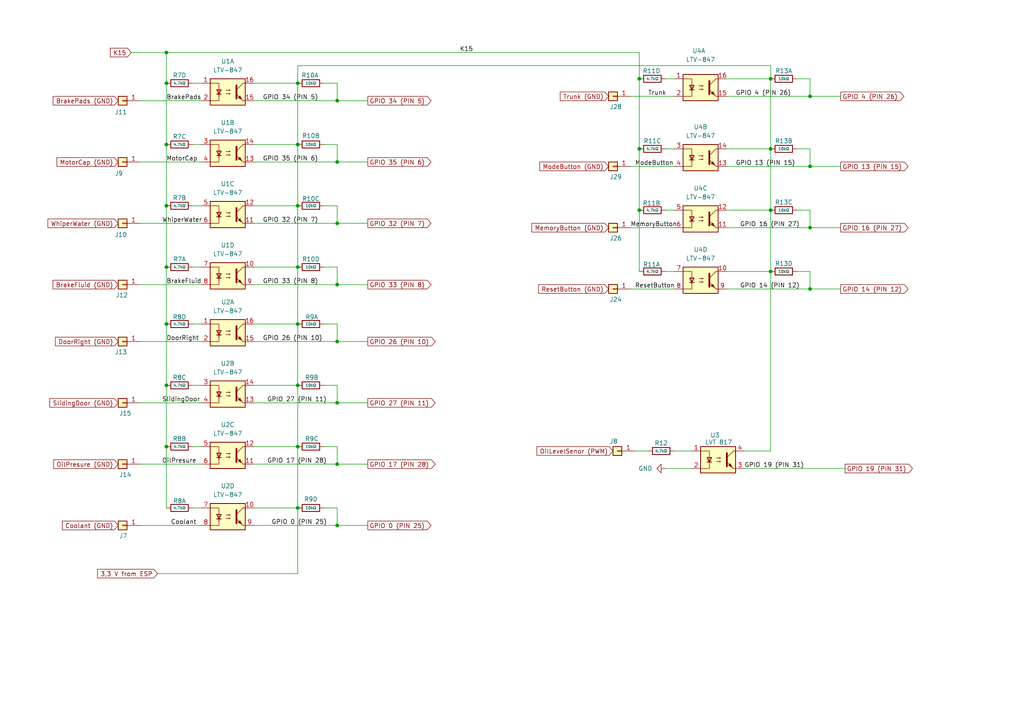
<source format=kicad_sch>
(kicad_sch (version 20231120) (generator "eeschema") (generator_version "8.0")
  (paper "A4")
  (title_block (title "Optocopler") (comment 1 "Part of the brakeOutBoard"))
  (junction (at 223.52 60.96))
  (junction (at 48.26 59.69))
  (junction (at 185.42 22.86))
  (junction (at 97.79 116.84))
  (junction (at 86.36 24.13))
  (junction (at 97.79 46.99))
  (junction (at 48.26 129.54))
  (junction (at 223.52 78.74))
  (junction (at 234.95 48.26))
  (junction (at 97.79 152.4))
  (junction (at 48.26 15.24))
  (junction (at 48.26 41.91))
  (junction (at 86.36 59.69))
  (junction (at 97.79 134.62))
  (junction (at 234.95 66.04))
  (junction (at 48.26 111.76))
  (junction (at 185.42 60.96))
  (junction (at 86.36 41.91))
  (junction (at 48.26 24.13))
  (junction (at 86.36 147.32))
  (junction (at 97.79 29.21))
  (junction (at 86.36 93.98))
  (junction (at 234.95 27.94))
  (junction (at 48.26 93.98))
  (junction (at 86.36 111.76))
  (junction (at 97.79 82.55))
  (junction (at 97.79 99.06))
  (junction (at 86.36 129.54))
  (junction (at 185.42 43.18))
  (junction (at 234.95 83.82))
  (junction (at 97.79 64.77))
  (junction (at 223.52 22.86))
  (junction (at 223.52 43.18))
  (junction (at 86.36 77.47))
  (junction (at 48.26 77.47))
  (wire (pts (xy 73.66 46.99) (xy 97.79 46.99)))
  (wire (pts (xy 106.68 29.21) (xy 97.79 29.21)))
  (wire (pts (xy 40.64 64.77) (xy 58.42 64.77)))
  (wire (pts (xy 73.66 59.69) (xy 86.36 59.69)))
  (wire (pts (xy 73.66 82.55) (xy 97.79 82.55)))
  (wire (pts (xy 55.88 147.32) (xy 58.42 147.32)))
  (wire (pts (xy 73.66 116.84) (xy 97.79 116.84)))
  (wire (pts (xy 40.64 46.99) (xy 58.42 46.99)))
  (wire (pts (xy 97.79 93.98) (xy 97.79 99.06)))
  (wire (pts (xy 40.64 29.21) (xy 58.42 29.21)))
  (wire (pts (xy 210.82 22.86) (xy 223.52 22.86)))
  (wire (pts (xy 73.66 111.76) (xy 86.36 111.76)))
  (wire (pts (xy 48.26 77.47) (xy 48.26 93.98)))
  (wire (pts (xy 182.88 83.82) (xy 195.58 83.82)))
  (wire (pts (xy 55.88 77.47) (xy 58.42 77.47)))
  (wire (pts (xy 234.95 22.86) (xy 234.95 27.94)))
  (wire (pts (xy 86.36 147.32) (xy 86.36 129.54)))
  (wire (pts (xy 86.36 19.05) (xy 223.52 19.05)))
  (wire (pts (xy 223.52 60.96) (xy 223.52 78.74)))
  (wire (pts (xy 234.95 60.96) (xy 234.95 66.04)))
  (wire (pts (xy 223.52 78.74) (xy 223.52 130.81)))
  (wire (pts (xy 86.36 59.69) (xy 86.36 41.91)))
  (wire (pts (xy 45.72 166.37) (xy 86.36 166.37)))
  (wire (pts (xy 200.66 135.89) (xy 193.04 135.89)))
  (wire (pts (xy 40.64 152.4) (xy 58.42 152.4)))
  (wire (pts (xy 86.36 41.91) (xy 86.36 24.13)))
  (wire (pts (xy 210.82 27.94) (xy 234.95 27.94)))
  (wire (pts (xy 234.95 43.18) (xy 234.95 48.26)))
  (wire (pts (xy 231.14 60.96) (xy 234.95 60.96)))
  (wire (pts (xy 210.82 60.96) (xy 223.52 60.96)))
  (wire (pts (xy 73.66 129.54) (xy 86.36 129.54)))
  (wire (pts (xy 193.04 78.74) (xy 195.58 78.74)))
  (wire (pts (xy 106.68 82.55) (xy 97.79 82.55)))
  (wire (pts (xy 73.66 64.77) (xy 97.79 64.77)))
  (wire (pts (xy 55.88 129.54) (xy 58.42 129.54)))
  (wire (pts (xy 73.66 93.98) (xy 86.36 93.98)))
  (wire (pts (xy 210.82 48.26) (xy 234.95 48.26)))
  (wire (pts (xy 231.14 22.86) (xy 234.95 22.86)))
  (wire (pts (xy 234.95 78.74) (xy 234.95 83.82)))
  (wire (pts (xy 73.66 99.06) (xy 97.79 99.06)))
  (wire (pts (xy 97.79 41.91) (xy 93.98 41.91)))
  (wire (pts (xy 215.9 135.89) (xy 245.11 135.89)))
  (wire (pts (xy 231.14 78.74) (xy 234.95 78.74)))
  (wire (pts (xy 106.68 134.62) (xy 97.79 134.62)))
  (wire (pts (xy 48.26 24.13) (xy 48.26 41.91)))
  (wire (pts (xy 97.79 64.77) (xy 97.79 59.69)))
  (wire (pts (xy 193.04 60.96) (xy 195.58 60.96)))
  (wire (pts (xy 215.9 130.81) (xy 223.52 130.81)))
  (wire (pts (xy 73.66 41.91) (xy 86.36 41.91)))
  (wire (pts (xy 48.26 59.69) (xy 48.26 77.47)))
  (wire (pts (xy 55.88 24.13) (xy 58.42 24.13)))
  (wire (pts (xy 106.68 99.06) (xy 97.79 99.06)))
  (wire (pts (xy 97.79 29.21) (xy 97.79 24.13)))
  (wire (pts (xy 48.26 41.91) (xy 48.26 59.69)))
  (wire (pts (xy 93.98 77.47) (xy 97.79 77.47)))
  (wire (pts (xy 55.88 41.91) (xy 58.42 41.91)))
  (wire (pts (xy 106.68 64.77) (xy 97.79 64.77)))
  (wire (pts (xy 48.26 93.98) (xy 48.26 111.76)))
  (wire (pts (xy 182.88 48.26) (xy 195.58 48.26)))
  (wire (pts (xy 86.36 24.13) (xy 73.66 24.13)))
  (wire (pts (xy 210.82 83.82) (xy 234.95 83.82)))
  (wire (pts (xy 185.42 60.96) (xy 185.42 78.74)))
  (wire (pts (xy 40.64 134.62) (xy 58.42 134.62)))
  (wire (pts (xy 106.68 116.84) (xy 97.79 116.84)))
  (wire (pts (xy 97.79 147.32) (xy 97.79 152.4)))
  (wire (pts (xy 193.04 43.18) (xy 195.58 43.18)))
  (wire (pts (xy 48.26 15.24) (xy 185.42 15.24)))
  (wire (pts (xy 93.98 129.54) (xy 97.79 129.54)))
  (wire (pts (xy 38.1 15.24) (xy 48.26 15.24)))
  (wire (pts (xy 184.15 130.81) (xy 187.96 130.81)))
  (wire (pts (xy 223.52 19.05) (xy 223.52 22.86)))
  (wire (pts (xy 73.66 77.47) (xy 86.36 77.47)))
  (wire (pts (xy 182.88 66.04) (xy 195.58 66.04)))
  (wire (pts (xy 185.42 15.24) (xy 185.42 22.86)))
  (wire (pts (xy 210.82 66.04) (xy 234.95 66.04)))
  (wire (pts (xy 73.66 29.21) (xy 97.79 29.21)))
  (wire (pts (xy 93.98 59.69) (xy 97.79 59.69)))
  (wire (pts (xy 73.66 152.4) (xy 97.79 152.4)))
  (wire (pts (xy 86.36 129.54) (xy 86.36 111.76)))
  (wire (pts (xy 86.36 77.47) (xy 86.36 93.98)))
  (wire (pts (xy 210.82 43.18) (xy 223.52 43.18)))
  (wire (pts (xy 40.64 99.06) (xy 58.42 99.06)))
  (wire (pts (xy 86.36 111.76) (xy 86.36 93.98)))
  (wire (pts (xy 97.79 77.47) (xy 97.79 82.55)))
  (wire (pts (xy 97.79 111.76) (xy 97.79 116.84)))
  (wire (pts (xy 193.04 22.86) (xy 195.58 22.86)))
  (wire (pts (xy 48.26 15.24) (xy 48.26 24.13)))
  (wire (pts (xy 243.84 66.04) (xy 234.95 66.04)))
  (wire (pts (xy 223.52 43.18) (xy 223.52 22.86)))
  (wire (pts (xy 195.58 130.81) (xy 200.66 130.81)))
  (wire (pts (xy 97.79 46.99) (xy 97.79 41.91)))
  (wire (pts (xy 40.64 82.55) (xy 58.42 82.55)))
  (wire (pts (xy 185.42 43.18) (xy 185.42 60.96)))
  (wire (pts (xy 210.82 78.74) (xy 223.52 78.74)))
  (wire (pts (xy 86.36 19.05) (xy 86.36 24.13)))
  (wire (pts (xy 86.36 77.47) (xy 86.36 59.69)))
  (wire (pts (xy 182.88 27.94) (xy 195.58 27.94)))
  (wire (pts (xy 243.84 27.94) (xy 234.95 27.94)))
  (wire (pts (xy 106.68 46.99) (xy 97.79 46.99)))
  (wire (pts (xy 48.26 129.54) (xy 48.26 147.32)))
  (wire (pts (xy 40.64 116.84) (xy 58.42 116.84)))
  (wire (pts (xy 97.79 129.54) (xy 97.79 134.62)))
  (wire (pts (xy 55.88 93.98) (xy 58.42 93.98)))
  (wire (pts (xy 93.98 93.98) (xy 97.79 93.98)))
  (wire (pts (xy 93.98 111.76) (xy 97.79 111.76)))
  (wire (pts (xy 55.88 59.69) (xy 58.42 59.69)))
  (wire (pts (xy 48.26 111.76) (xy 48.26 129.54)))
  (wire (pts (xy 55.88 111.76) (xy 58.42 111.76)))
  (wire (pts (xy 185.42 22.86) (xy 185.42 43.18)))
  (wire (pts (xy 106.68 152.4) (xy 97.79 152.4)))
  (wire (pts (xy 73.66 147.32) (xy 86.36 147.32)))
  (wire (pts (xy 86.36 147.32) (xy 86.36 166.37)))
  (wire (pts (xy 243.84 83.82) (xy 234.95 83.82)))
  (wire (pts (xy 243.84 48.26) (xy 234.95 48.26)))
  (wire (pts (xy 93.98 147.32) (xy 97.79 147.32)))
  (wire (pts (xy 231.14 43.18) (xy 234.95 43.18)))
  (wire (pts (xy 223.52 60.96) (xy 223.52 43.18)))
  (wire (pts (xy 97.79 24.13) (xy 93.98 24.13)))
  (wire (pts (xy 73.66 134.62) (xy 97.79 134.62)))
  (label "BrakePads" (at 48.26 29.21 0))
  (label "MotorCap" (at 48.26 46.99 0))
  (label "GPIO 13 (PIN 15)" (at 213.36 48.26 0))
  (label "GPIO 4 (PIN 26)" (at 213.36 27.94 0))
  (label "Coolant" (at 49.53 152.4 0))
  (label "GPIO 17 (PIN 28)" (at 77.47 134.62 0))
  (label "ResetButton" (at 184.15 83.82 0))
  (label "GPIO 26 (PIN 10)" (at 76.2 99.06 0))
  (label "K15" (at 133.35 15.24 0))
  (label "GPIO 34 (PIN 5)" (at 76.2 29.21 0))
  (label "GPIO 27 (PIN 11)" (at 77.47 116.84 0))
  (label "GPIO 33 (PIN 8)" (at 76.2 82.55 0))
  (label "GPIO 19 (PIN 31)" (at 215.9 135.89 0))
  (label "SlidingDoor" (at 46.99 116.84 0))
  (label "GPIO 14 (PIN 12)" (at 214.63 83.82 0))
  (label "ModeButton" (at 184.15 48.26 0))
  (label "MemoryButton" (at 182.88 66.04 0))
  (label "WhiperWater" (at 46.99 64.77 0))
  (label "OilPresure" (at 46.99 134.62 0))
  (label "GPIO 0 (PIN 25)" (at 78.74 152.4 0))
  (label "GPIO 32 (PIN 7)" (at 76.2 64.77 0))
  (label "Trunk" (at 187.96 27.94 0))
  (label "GPIO 16 (PIN 27)" (at 214.63 66.04 0))
  (label "BrakeFluid" (at 48.26 82.55 0))
  (label "GPIO 35 (PIN 6)" (at 76.2 46.99 0))
  (label "DoorRight" (at 48.26 99.06 0))
  (global_label "MotorCap (GND)" (shape input) (at 34.29 46.99 180) (property "Intersheetrefs" "${INTERSHEET_REFS}" (at 15.944 46.99 0) (effects (justify right))))
  (global_label "3,3 V from ESP" (shape input) (at 45.72 166.37 180) (property "Intersheetrefs" "${INTERSHEET_REFS}" (at 27.7369 166.37 0) (effects (justify right))))
  (global_label "OilLevelSenor (PWM)" (shape input) (at 177.8 130.81 180) (property "Intersheetrefs" "${INTERSHEET_REFS}" (at 155.1601 130.81 0) (effects (justify right))))
  (global_label "GPIO 26 (PIN 10)" (shape output) (at 106.68 99.06 0) (property "Intersheetrefs" "${INTERSHEET_REFS}" (at 126.78 99.06 0) (effects (justify left))))
  (global_label "GPIO 33 (PIN 8)" (shape output) (at 106.68 82.55 0) (property "Intersheetrefs" "${INTERSHEET_REFS}" (at 125.5705 82.55 0) (effects (justify left))))
  (global_label "GPIO 35 (PIN 6)" (shape output) (at 106.68 46.99 0) (property "Intersheetrefs" "${INTERSHEET_REFS}" (at 125.5705 46.99 0) (effects (justify left))))
  (global_label "GPIO 34 (PIN 5)" (shape output) (at 106.68 29.21 0) (property "Intersheetrefs" "${INTERSHEET_REFS}" (at 125.5705 29.21 0) (effects (justify left))))
  (global_label "GPIO 19 (PIN 31)" (shape output) (at 245.11 135.89 0) (property "Intersheetrefs" "${INTERSHEET_REFS}" (at 265.21 135.89 0) (effects (justify left))))
  (global_label "GPIO 0 (PIN 25)" (shape output) (at 106.68 152.4 0) (property "Intersheetrefs" "${INTERSHEET_REFS}" (at 125.5705 152.4 0) (effects (justify left))))
  (global_label "ResetButton (GND)" (shape input) (at 176.53 83.82 180) (property "Intersheetrefs" "${INTERSHEET_REFS}" (at 155.6439 83.82 0) (effects (justify right))))
  (global_label "GPIO 16 (PIN 27)" (shape output) (at 243.84 66.04 0) (property "Intersheetrefs" "${INTERSHEET_REFS}" (at 263.94 66.04 0) (effects (justify left))))
  (global_label "GPIO 17 (PIN 28)" (shape output) (at 106.68 134.62 0) (property "Intersheetrefs" "${INTERSHEET_REFS}" (at 126.78 134.62 0) (effects (justify left))))
  (global_label "K15" (shape input) (at 38.1 15.24 180) (property "Intersheetrefs" "${INTERSHEET_REFS}" (at 31.4258 15.24 0) (effects (justify right))))
  (global_label "GPIO 13 (PIN 15)" (shape output) (at 243.84 48.26 0) (property "Intersheetrefs" "${INTERSHEET_REFS}" (at 263.94 48.26 0) (effects (justify left))))
  (global_label "MemoryButton (GND)" (shape input) (at 176.53 66.04 180) (property "Intersheetrefs" "${INTERSHEET_REFS}" (at 153.7088 66.04 0) (effects (justify right))))
  (global_label "OilPresure (GND)" (shape input) (at 34.29 134.62 180) (property "Intersheetrefs" "${INTERSHEET_REFS}" (at 14.9761 134.62 0) (effects (justify right))))
  (global_label "GPIO 4 (PIN 26)" (shape output) (at 243.84 27.94 0) (property "Intersheetrefs" "${INTERSHEET_REFS}" (at 262.7305 27.94 0) (effects (justify left))))
  (global_label "GPIO 27 (PIN 11)" (shape output) (at 106.68 116.84 0) (property "Intersheetrefs" "${INTERSHEET_REFS}" (at 126.78 116.84 0) (effects (justify left))))
  (global_label "Coolant (GND)" (shape input) (at 34.29 152.4 180) (property "Intersheetrefs" "${INTERSHEET_REFS}" (at 17.5164 152.4 0) (effects (justify right))))
  (global_label "DoorRight (GND)" (shape input) (at 34.29 99.06 180) (property "Intersheetrefs" "${INTERSHEET_REFS}" (at 15.5206 99.06 0) (effects (justify right))))
  (global_label "GPIO 32 (PIN 7)" (shape output) (at 106.68 64.77 0) (property "Intersheetrefs" "${INTERSHEET_REFS}" (at 125.5705 64.77 0) (effects (justify left))))
  (global_label "BrakeFluid (GND)" (shape input) (at 34.29 82.55 180) (property "Intersheetrefs" "${INTERSHEET_REFS}" (at 14.7948 82.55 0) (effects (justify right))))
  (global_label "BrakePads (GND)" (shape input) (at 34.29 29.21 180) (property "Intersheetrefs" "${INTERSHEET_REFS}" (at 14.8553 29.21 0) (effects (justify right))))
  (global_label "ModeButton (GND)" (shape input) (at 176.53 48.26 180) (property "Intersheetrefs" "${INTERSHEET_REFS}" (at 156.0069 48.26 0) (effects (justify right))))
  (global_label "WhiperWater (GND)" (shape input) (at 34.29 64.77 180) (property "Intersheetrefs" "${INTERSHEET_REFS}" (at 13.3434 64.77 0) (effects (justify right))))
  (global_label "SlidingDoor (GND)" (shape input) (at 34.29 116.84 180) (property "Intersheetrefs" "${INTERSHEET_REFS}" (at 13.8878 116.84 0) (effects (justify right))))
  (global_label "GPIO 14 (PIN 12)" (shape output) (at 243.84 83.82 0) (property "Intersheetrefs" "${INTERSHEET_REFS}" (at 263.94 83.82 0) (effects (justify left))))
  (global_label "Trunk (GND)" (shape input) (at 176.53 27.94 180) (property "Intersheetrefs" "${INTERSHEET_REFS}" (at 161.9334 27.94 0) (effects (justify right))))
  (symbol (lib_id "Isolator:LTV-847") (at 203.2 25.4 0) (unit 1)
    (property "Reference" "U4" (at 202.692 14.732 0))
    (property "Value" "LTV-847" (at 203.2 17.272 0))
    (property "Footprint" "Package_DIP:DIP-16_W7.62mm" (effects (hide yes)))
    (property "Datasheet" "http://optoelectronics.liteon.com/upload/download/DS-70-96-0016/LTV-8X7%20series.PDF" (effects (hide yes)))
    (property "Description" "Quad DC Optocoupler, Vce 35V, CTR 50%, DIP-16" (effects (hide yes)))
  )
  (symbol (lib_id "PCM_JLCPCB-Resistors:0603x4,4.7kΩ") (at 52.07 77.47 90) (unit 1)
    (property "Reference" "R7" (at 52.07 75.184 90))
    (property "Value" "4.7kΩ" (at 52.07 77.47 90) (effects (font (size 0.8 0.8))))
    (property "Footprint" "PCM_JLCPCB:R_0603x4" (effects (hide yes)))
    (property "Datasheet" "https://www.lcsc.com/datasheet/lcsc_datasheet_2304140030_UNI-ROYAL-Uniroyal-Elec-4D03WGJ0472T5E_C1980.pdf" (effects (hide yes)))
    (property "Description" "4 ±5% 4.7kΩ 62.5mW ±200ppm/°C 0603x4 Resistor Networks, Arrays ROHS" (effects (hide yes)))
    (property "LCSC" "C1980" (effects (hide yes)))
    (property "Stock" "122186" (effects (hide yes)))
    (property "Price" "0.019USD" (effects (hide yes)))
    (property "Process" "SMT" (effects (hide yes)))
    (property "Minimum Qty" "1" (effects (hide yes)))
    (property "Attrition Qty" "0" (effects (hide yes)))
    (property "Class" "Basic Component" (effects (hide yes)))
    (property "Category" "Resistors,Resistor Networks & Arrays" (effects (hide yes)))
    (property "Manufacturer" "UNI-ROYAL(Uniroyal Elec)" (effects (hide yes)))
    (property "Part" "4D03WGJ0472T5E" (effects (hide yes)))
    (property "Resistance" "4.7kΩ" (effects (hide yes)))
    (property "Power(Watts)" "62.5mW" (effects (hide yes)))
    (property "Number of Resistors" "4" (effects (hide yes)))
    (property "Number of Pins" "8" (effects (hide yes)))
    (property "Tolerance" "±5%" (effects (hide yes)))
    (property "Temperature Coefficient" "±200ppm/°C" (effects (hide yes)))
  )
  (symbol (lib_id "PCM_JLCPCB-Resistors:0603,4.7kΩ") (at 191.77 130.81 90) (unit 1)
    (property "Reference" "R12" (at 191.77 128.524 90))
    (property "Value" "4.7kΩ" (at 191.77 130.81 90) (effects (font (size 0.8 0.8))))
    (property "Footprint" "PCM_JLCPCB:R_0603" (effects (hide yes)))
    (property "Datasheet" "https://www.lcsc.com/datasheet/lcsc_datasheet_2206010116_UNI-ROYAL-Uniroyal-Elec-0603WAF4701T5E_C23162.pdf" (effects (hide yes)))
    (property "Description" "100mW Thick Film Resistors 75V ±100ppm/°C ±1% 4.7kΩ 0603 Chip Resistor - Surface Mount ROHS" (effects (hide yes)))
    (property "LCSC" "C23162" (effects (hide yes)))
    (property "Stock" "5652089" (effects (hide yes)))
    (property "Price" "0.004USD" (effects (hide yes)))
    (property "Process" "SMT" (effects (hide yes)))
    (property "Minimum Qty" "20" (effects (hide yes)))
    (property "Attrition Qty" "10" (effects (hide yes)))
    (property "Class" "Basic Component" (effects (hide yes)))
    (property "Category" "Resistors,Chip Resistor - Surface Mount" (effects (hide yes)))
    (property "Manufacturer" "UNI-ROYAL(Uniroyal Elec)" (effects (hide yes)))
    (property "Part" "0603WAF4701T5E" (effects (hide yes)))
    (property "Resistance" "4.7kΩ" (effects (hide yes)))
    (property "Power(Watts)" "100mW" (effects (hide yes)))
    (property "Type" "Thick Film Resistors" (effects (hide yes)))
    (property "Overload Voltage (Max)" "75V" (effects (hide yes)))
    (property "Operating Temperature Range" "-55°C~+155°C" (effects (hide yes)))
    (property "Tolerance" "±1%" (effects (hide yes)))
    (property "Temperature Coefficient" "±100ppm/°C" (effects (hide yes)))
  )
  (symbol (lib_id "Connector_Generic:Conn_01x01") (at 35.56 116.84 180) (unit 1)
    (property "Reference" "J15" (at 34.544 119.888 0) (effects (justify right)))
    (property "Value" "Door_S" (effects (hide yes)))
    (property "Footprint" "Connector_Wire:SolderWire-0.5sqmm_1x01_D0.9mm_OD2.1mm" (effects (hide yes)))
    (property "Description" "Generic connector, single row, 01x01, script generated (kicad-library-utils/schlib/autogen/connector/)" (effects (hide yes)))
  )
  (symbol (lib_id "Connector_Generic:Conn_01x01") (at 35.56 64.77 180) (unit 1)
    (property "Reference" "J10" (at 33.274 68.072 0) (effects (justify right)))
    (property "Value" "WhiperWater" (effects (hide yes)))
    (property "Footprint" "Connector_Wire:SolderWire-0.5sqmm_1x01_D0.9mm_OD2.1mm" (effects (hide yes)))
    (property "Description" "Generic connector, single row, 01x01, script generated (kicad-library-utils/schlib/autogen/connector/)" (effects (hide yes)))
  )
  (symbol (lib_id "PCM_JLCPCB-Resistors:0603x4,4.7kΩ") (at 52.07 129.54 90) (unit 2)
    (property "Reference" "R8" (at 52.07 127.254 90))
    (property "Value" "4.7kΩ" (at 52.07 129.54 90) (effects (font (size 0.8 0.8))))
    (property "Footprint" "PCM_JLCPCB:R_0603x4" (effects (hide yes)))
    (property "Datasheet" "https://www.lcsc.com/datasheet/lcsc_datasheet_2304140030_UNI-ROYAL-Uniroyal-Elec-4D03WGJ0472T5E_C1980.pdf" (effects (hide yes)))
    (property "Description" "4 ±5% 4.7kΩ 62.5mW ±200ppm/°C 0603x4 Resistor Networks, Arrays ROHS" (effects (hide yes)))
    (property "LCSC" "C1980" (effects (hide yes)))
    (property "Stock" "122186" (effects (hide yes)))
    (property "Price" "0.019USD" (effects (hide yes)))
    (property "Process" "SMT" (effects (hide yes)))
    (property "Minimum Qty" "1" (effects (hide yes)))
    (property "Attrition Qty" "0" (effects (hide yes)))
    (property "Class" "Basic Component" (effects (hide yes)))
    (property "Category" "Resistors,Resistor Networks & Arrays" (effects (hide yes)))
    (property "Manufacturer" "UNI-ROYAL(Uniroyal Elec)" (effects (hide yes)))
    (property "Part" "4D03WGJ0472T5E" (effects (hide yes)))
    (property "Resistance" "4.7kΩ" (effects (hide yes)))
    (property "Power(Watts)" "62.5mW" (effects (hide yes)))
    (property "Number of Resistors" "4" (effects (hide yes)))
    (property "Number of Pins" "8" (effects (hide yes)))
    (property "Tolerance" "±5%" (effects (hide yes)))
    (property "Temperature Coefficient" "±200ppm/°C" (effects (hide yes)))
  )
  (symbol (lib_id "PCM_JLCPCB-Resistors:0603x4,10kΩ") (at 90.17 111.76 90) (unit 2)
    (property "Reference" "R9" (at 90.424 109.474 90))
    (property "Value" "10kΩ" (at 90.17 111.76 90) (effects (font (size 0.8 0.8))))
    (property "Footprint" "PCM_JLCPCB:R_0603x4" (effects (hide yes)))
    (property "Datasheet" "https://www.lcsc.com/datasheet/lcsc_datasheet_2304140030_UNI-ROYAL-Uniroyal-Elec-4D03WGJ0103T5E_C29718.pdf" (effects (hide yes)))
    (property "Description" "4 ±5% 10kΩ 62.5mW ±200ppm/°C 0603x4 Resistor Networks, Arrays ROHS" (effects (hide yes)))
    (property "LCSC" "C29718" (effects (hide yes)))
    (property "Stock" "767192" (effects (hide yes)))
    (property "Price" "0.019USD" (effects (hide yes)))
    (property "Process" "SMT" (effects (hide yes)))
    (property "Minimum Qty" "1" (effects (hide yes)))
    (property "Attrition Qty" "0" (effects (hide yes)))
    (property "Class" "Basic Component" (effects (hide yes)))
    (property "Category" "Resistors,Resistor Networks & Arrays" (effects (hide yes)))
    (property "Manufacturer" "UNI-ROYAL(Uniroyal Elec)" (effects (hide yes)))
    (property "Part" "4D03WGJ0103T5E" (effects (hide yes)))
    (property "Resistance" "10kΩ" (effects (hide yes)))
    (property "Power(Watts)" "62.5mW" (effects (hide yes)))
    (property "Number of Resistors" "4" (effects (hide yes)))
    (property "Number of Pins" "8" (effects (hide yes)))
    (property "Tolerance" "±5%" (effects (hide yes)))
    (property "Temperature Coefficient" "±200ppm/°C" (effects (hide yes)))
  )
  (symbol (lib_id "PCM_JLCPCB-Resistors:0603x4,10kΩ") (at 90.17 147.32 90) (unit 4)
    (property "Reference" "R9" (at 90.17 144.78 90))
    (property "Value" "10kΩ" (at 90.17 147.32 90) (effects (font (size 0.8 0.8))))
    (property "Footprint" "PCM_JLCPCB:R_0603x4" (effects (hide yes)))
    (property "Datasheet" "https://www.lcsc.com/datasheet/lcsc_datasheet_2304140030_UNI-ROYAL-Uniroyal-Elec-4D03WGJ0103T5E_C29718.pdf" (effects (hide yes)))
    (property "Description" "4 ±5% 10kΩ 62.5mW ±200ppm/°C 0603x4 Resistor Networks, Arrays ROHS" (effects (hide yes)))
    (property "LCSC" "C29718" (effects (hide yes)))
    (property "Stock" "767192" (effects (hide yes)))
    (property "Price" "0.019USD" (effects (hide yes)))
    (property "Process" "SMT" (effects (hide yes)))
    (property "Minimum Qty" "1" (effects (hide yes)))
    (property "Attrition Qty" "0" (effects (hide yes)))
    (property "Class" "Basic Component" (effects (hide yes)))
    (property "Category" "Resistors,Resistor Networks & Arrays" (effects (hide yes)))
    (property "Manufacturer" "UNI-ROYAL(Uniroyal Elec)" (effects (hide yes)))
    (property "Part" "4D03WGJ0103T5E" (effects (hide yes)))
    (property "Resistance" "10kΩ" (effects (hide yes)))
    (property "Power(Watts)" "62.5mW" (effects (hide yes)))
    (property "Number of Resistors" "4" (effects (hide yes)))
    (property "Number of Pins" "8" (effects (hide yes)))
    (property "Tolerance" "±5%" (effects (hide yes)))
    (property "Temperature Coefficient" "±200ppm/°C" (effects (hide yes)))
  )
  (symbol (lib_id "Connector_Generic:Conn_01x01") (at 35.56 99.06 180) (unit 1)
    (property "Reference" "J13" (at 33.274 102.108 0) (effects (justify right)))
    (property "Value" "Door_R" (effects (hide yes)))
    (property "Footprint" "Connector_Wire:SolderWire-0.5sqmm_1x01_D0.9mm_OD2.1mm" (effects (hide yes)))
    (property "Description" "Generic connector, single row, 01x01, script generated (kicad-library-utils/schlib/autogen/connector/)" (effects (hide yes)))
  )
  (symbol (lib_id "PCM_JLCPCB-Resistors:0603x4,4.7kΩ") (at 189.23 43.18 90) (unit 3)
    (property "Reference" "R11" (at 189.23 40.894 90))
    (property "Value" "4.7kΩ" (at 189.23 43.18 90) (effects (font (size 0.8 0.8))))
    (property "Footprint" "PCM_JLCPCB:R_0603x4" (effects (hide yes)))
    (property "Datasheet" "https://www.lcsc.com/datasheet/lcsc_datasheet_2304140030_UNI-ROYAL-Uniroyal-Elec-4D03WGJ0472T5E_C1980.pdf" (effects (hide yes)))
    (property "Description" "4 ±5% 4.7kΩ 62.5mW ±200ppm/°C 0603x4 Resistor Networks, Arrays ROHS" (effects (hide yes)))
    (property "LCSC" "C1980" (effects (hide yes)))
    (property "Stock" "122186" (effects (hide yes)))
    (property "Price" "0.019USD" (effects (hide yes)))
    (property "Process" "SMT" (effects (hide yes)))
    (property "Minimum Qty" "1" (effects (hide yes)))
    (property "Attrition Qty" "0" (effects (hide yes)))
    (property "Class" "Basic Component" (effects (hide yes)))
    (property "Category" "Resistors,Resistor Networks & Arrays" (effects (hide yes)))
    (property "Manufacturer" "UNI-ROYAL(Uniroyal Elec)" (effects (hide yes)))
    (property "Part" "4D03WGJ0472T5E" (effects (hide yes)))
    (property "Resistance" "4.7kΩ" (effects (hide yes)))
    (property "Power(Watts)" "62.5mW" (effects (hide yes)))
    (property "Number of Resistors" "4" (effects (hide yes)))
    (property "Number of Pins" "8" (effects (hide yes)))
    (property "Tolerance" "±5%" (effects (hide yes)))
    (property "Temperature Coefficient" "±200ppm/°C" (effects (hide yes)))
  )
  (symbol (lib_id "Isolator:LTV-847") (at 203.2 81.28 0) (unit 4)
    (property "Reference" "U4" (at 203.2 72.39 0))
    (property "Value" "LTV-847" (at 203.2 74.93 0))
    (property "Footprint" "Package_DIP:DIP-16_W7.62mm" (effects (hide yes)))
    (property "Datasheet" "http://optoelectronics.liteon.com/upload/download/DS-70-96-0016/LTV-8X7%20series.PDF" (effects (hide yes)))
    (property "Description" "Quad DC Optocoupler, Vce 35V, CTR 50%, DIP-16" (effects (hide yes)))
  )
  (symbol (lib_id "PCM_JLCPCB-Resistors:0603x4,4.7kΩ") (at 52.07 147.32 90) (unit 1)
    (property "Reference" "R8" (at 52.07 145.288 90))
    (property "Value" "4.7kΩ" (at 52.07 147.32 90) (effects (font (size 0.8 0.8))))
    (property "Footprint" "PCM_JLCPCB:R_0603x4" (effects (hide yes)))
    (property "Datasheet" "https://www.lcsc.com/datasheet/lcsc_datasheet_2304140030_UNI-ROYAL-Uniroyal-Elec-4D03WGJ0472T5E_C1980.pdf" (effects (hide yes)))
    (property "Description" "4 ±5% 4.7kΩ 62.5mW ±200ppm/°C 0603x4 Resistor Networks, Arrays ROHS" (effects (hide yes)))
    (property "LCSC" "C1980" (effects (hide yes)))
    (property "Stock" "122186" (effects (hide yes)))
    (property "Price" "0.019USD" (effects (hide yes)))
    (property "Process" "SMT" (effects (hide yes)))
    (property "Minimum Qty" "1" (effects (hide yes)))
    (property "Attrition Qty" "0" (effects (hide yes)))
    (property "Class" "Basic Component" (effects (hide yes)))
    (property "Category" "Resistors,Resistor Networks & Arrays" (effects (hide yes)))
    (property "Manufacturer" "UNI-ROYAL(Uniroyal Elec)" (effects (hide yes)))
    (property "Part" "4D03WGJ0472T5E" (effects (hide yes)))
    (property "Resistance" "4.7kΩ" (effects (hide yes)))
    (property "Power(Watts)" "62.5mW" (effects (hide yes)))
    (property "Number of Resistors" "4" (effects (hide yes)))
    (property "Number of Pins" "8" (effects (hide yes)))
    (property "Tolerance" "±5%" (effects (hide yes)))
    (property "Temperature Coefficient" "±200ppm/°C" (effects (hide yes)))
  )
  (symbol (lib_id "Isolator:LTV-847") (at 66.04 26.67 0) (unit 1)
    (property "Reference" "U1" (at 66.04 17.78 0))
    (property "Value" "LTV-847" (at 66.04 20.32 0))
    (property "Footprint" "Package_DIP:DIP-16_W7.62mm" (effects (hide yes)))
    (property "Datasheet" "http://optoelectronics.liteon.com/upload/download/DS-70-96-0016/LTV-8X7%20series.PDF" (effects (hide yes)))
    (property "Description" "Quad DC Optocoupler, Vce 35V, CTR 50%, DIP-16" (effects (hide yes)))
  )
  (symbol (lib_id "Connector_Generic:Conn_01x01") (at 35.56 134.62 180) (unit 1)
    (property "Reference" "J14" (at 34.544 137.668 0) (effects (justify right)))
    (property "Value" "OilPresure" (effects (hide yes)))
    (property "Footprint" "Connector_Wire:SolderWire-0.5sqmm_1x01_D0.9mm_OD2.1mm" (effects (hide yes)))
    (property "Description" "Generic connector, single row, 01x01, script generated (kicad-library-utils/schlib/autogen/connector/)" (effects (hide yes)))
  )
  (symbol (lib_id "Isolator:LTV-847") (at 66.04 96.52 0) (unit 1)
    (property "Reference" "U2" (at 66.04 87.63 0))
    (property "Value" "LTV-847" (at 66.04 90.17 0))
    (property "Footprint" "Package_DIP:DIP-16_W7.62mm" (effects (hide yes)))
    (property "Datasheet" "http://optoelectronics.liteon.com/upload/download/DS-70-96-0016/LTV-8X7%20series.PDF" (effects (hide yes)))
    (property "Description" "Quad DC Optocoupler, Vce 35V, CTR 50%, DIP-16" (effects (hide yes)))
  )
  (symbol (lib_id "PCM_JLCPCB-Resistors:0603x4,4.7kΩ") (at 52.07 24.13 90) (unit 4)
    (property "Reference" "R7" (at 52.07 21.844 90))
    (property "Value" "4.7kΩ" (at 52.07 24.13 90) (effects (font (size 0.8 0.8))))
    (property "Footprint" "PCM_JLCPCB:R_0603x4" (effects (hide yes)))
    (property "Datasheet" "https://www.lcsc.com/datasheet/lcsc_datasheet_2304140030_UNI-ROYAL-Uniroyal-Elec-4D03WGJ0472T5E_C1980.pdf" (effects (hide yes)))
    (property "Description" "4 ±5% 4.7kΩ 62.5mW ±200ppm/°C 0603x4 Resistor Networks, Arrays ROHS" (effects (hide yes)))
    (property "LCSC" "C1980" (effects (hide yes)))
    (property "Stock" "122186" (effects (hide yes)))
    (property "Price" "0.019USD" (effects (hide yes)))
    (property "Process" "SMT" (effects (hide yes)))
    (property "Minimum Qty" "1" (effects (hide yes)))
    (property "Attrition Qty" "0" (effects (hide yes)))
    (property "Class" "Basic Component" (effects (hide yes)))
    (property "Category" "Resistors,Resistor Networks & Arrays" (effects (hide yes)))
    (property "Manufacturer" "UNI-ROYAL(Uniroyal Elec)" (effects (hide yes)))
    (property "Part" "4D03WGJ0472T5E" (effects (hide yes)))
    (property "Resistance" "4.7kΩ" (effects (hide yes)))
    (property "Power(Watts)" "62.5mW" (effects (hide yes)))
    (property "Number of Resistors" "4" (effects (hide yes)))
    (property "Number of Pins" "8" (effects (hide yes)))
    (property "Tolerance" "±5%" (effects (hide yes)))
    (property "Temperature Coefficient" "±200ppm/°C" (effects (hide yes)))
  )
  (symbol (lib_id "Isolator:LTV-847") (at 203.2 63.5 0) (unit 3)
    (property "Reference" "U4" (at 203.2 54.61 0))
    (property "Value" "LTV-847" (at 203.2 57.15 0))
    (property "Footprint" "Package_DIP:DIP-16_W7.62mm" (effects (hide yes)))
    (property "Datasheet" "http://optoelectronics.liteon.com/upload/download/DS-70-96-0016/LTV-8X7%20series.PDF" (effects (hide yes)))
    (property "Description" "Quad DC Optocoupler, Vce 35V, CTR 50%, DIP-16" (effects (hide yes)))
  )
  (symbol (lib_id "PCM_JLCPCB-Resistors:0603x4,4.7kΩ") (at 189.23 60.96 90) (unit 2)
    (property "Reference" "R11" (at 188.976 58.928 90))
    (property "Value" "4.7kΩ" (at 189.23 60.96 90) (effects (font (size 0.8 0.8))))
    (property "Footprint" "PCM_JLCPCB:R_0603x4" (effects (hide yes)))
    (property "Datasheet" "https://www.lcsc.com/datasheet/lcsc_datasheet_2304140030_UNI-ROYAL-Uniroyal-Elec-4D03WGJ0472T5E_C1980.pdf" (effects (hide yes)))
    (property "Description" "4 ±5% 4.7kΩ 62.5mW ±200ppm/°C 0603x4 Resistor Networks, Arrays ROHS" (effects (hide yes)))
    (property "LCSC" "C1980" (effects (hide yes)))
    (property "Stock" "122186" (effects (hide yes)))
    (property "Price" "0.019USD" (effects (hide yes)))
    (property "Process" "SMT" (effects (hide yes)))
    (property "Minimum Qty" "1" (effects (hide yes)))
    (property "Attrition Qty" "0" (effects (hide yes)))
    (property "Class" "Basic Component" (effects (hide yes)))
    (property "Category" "Resistors,Resistor Networks & Arrays" (effects (hide yes)))
    (property "Manufacturer" "UNI-ROYAL(Uniroyal Elec)" (effects (hide yes)))
    (property "Part" "4D03WGJ0472T5E" (effects (hide yes)))
    (property "Resistance" "4.7kΩ" (effects (hide yes)))
    (property "Power(Watts)" "62.5mW" (effects (hide yes)))
    (property "Number of Resistors" "4" (effects (hide yes)))
    (property "Number of Pins" "8" (effects (hide yes)))
    (property "Tolerance" "±5%" (effects (hide yes)))
    (property "Temperature Coefficient" "±200ppm/°C" (effects (hide yes)))
  )
  (symbol (lib_id "Isolator:LTV-847") (at 66.04 80.01 0) (unit 4)
    (property "Reference" "U1" (at 66.04 71.12 0))
    (property "Value" "LTV-847" (at 66.04 73.66 0))
    (property "Footprint" "Package_DIP:DIP-16_W7.62mm" (effects (hide yes)))
    (property "Datasheet" "http://optoelectronics.liteon.com/upload/download/DS-70-96-0016/LTV-8X7%20series.PDF" (effects (hide yes)))
    (property "Description" "Quad DC Optocoupler, Vce 35V, CTR 50%, DIP-16" (effects (hide yes)))
  )
  (symbol (lib_id "PCM_JLCPCB-Resistors:0603x4,4.7kΩ") (at 52.07 93.98 90) (unit 4)
    (property "Reference" "R8" (at 52.07 91.948 90))
    (property "Value" "4.7kΩ" (at 52.07 93.98 90) (effects (font (size 0.8 0.8))))
    (property "Footprint" "PCM_JLCPCB:R_0603x4" (effects (hide yes)))
    (property "Datasheet" "https://www.lcsc.com/datasheet/lcsc_datasheet_2304140030_UNI-ROYAL-Uniroyal-Elec-4D03WGJ0472T5E_C1980.pdf" (effects (hide yes)))
    (property "Description" "4 ±5% 4.7kΩ 62.5mW ±200ppm/°C 0603x4 Resistor Networks, Arrays ROHS" (effects (hide yes)))
    (property "LCSC" "C1980" (effects (hide yes)))
    (property "Stock" "122186" (effects (hide yes)))
    (property "Price" "0.019USD" (effects (hide yes)))
    (property "Process" "SMT" (effects (hide yes)))
    (property "Minimum Qty" "1" (effects (hide yes)))
    (property "Attrition Qty" "0" (effects (hide yes)))
    (property "Class" "Basic Component" (effects (hide yes)))
    (property "Category" "Resistors,Resistor Networks & Arrays" (effects (hide yes)))
    (property "Manufacturer" "UNI-ROYAL(Uniroyal Elec)" (effects (hide yes)))
    (property "Part" "4D03WGJ0472T5E" (effects (hide yes)))
    (property "Resistance" "4.7kΩ" (effects (hide yes)))
    (property "Power(Watts)" "62.5mW" (effects (hide yes)))
    (property "Number of Resistors" "4" (effects (hide yes)))
    (property "Number of Pins" "8" (effects (hide yes)))
    (property "Tolerance" "±5%" (effects (hide yes)))
    (property "Temperature Coefficient" "±200ppm/°C" (effects (hide yes)))
  )
  (symbol (lib_id "PCM_JLCPCB-Resistors:0603x4,10kΩ") (at 227.33 60.96 90) (unit 3)
    (property "Reference" "R13" (at 227.33 58.674 90))
    (property "Value" "10kΩ" (at 227.33 60.96 90) (effects (font (size 0.8 0.8))))
    (property "Footprint" "PCM_JLCPCB:R_0603x4" (effects (hide yes)))
    (property "Datasheet" "https://www.lcsc.com/datasheet/lcsc_datasheet_2304140030_UNI-ROYAL-Uniroyal-Elec-4D03WGJ0103T5E_C29718.pdf" (effects (hide yes)))
    (property "Description" "4 ±5% 10kΩ 62.5mW ±200ppm/°C 0603x4 Resistor Networks, Arrays ROHS" (effects (hide yes)))
    (property "LCSC" "C29718" (effects (hide yes)))
    (property "Stock" "767192" (effects (hide yes)))
    (property "Price" "0.019USD" (effects (hide yes)))
    (property "Process" "SMT" (effects (hide yes)))
    (property "Minimum Qty" "1" (effects (hide yes)))
    (property "Attrition Qty" "0" (effects (hide yes)))
    (property "Class" "Basic Component" (effects (hide yes)))
    (property "Category" "Resistors,Resistor Networks & Arrays" (effects (hide yes)))
    (property "Manufacturer" "UNI-ROYAL(Uniroyal Elec)" (effects (hide yes)))
    (property "Part" "4D03WGJ0103T5E" (effects (hide yes)))
    (property "Resistance" "10kΩ" (effects (hide yes)))
    (property "Power(Watts)" "62.5mW" (effects (hide yes)))
    (property "Number of Resistors" "4" (effects (hide yes)))
    (property "Number of Pins" "8" (effects (hide yes)))
    (property "Tolerance" "±5%" (effects (hide yes)))
    (property "Temperature Coefficient" "±200ppm/°C" (effects (hide yes)))
  )
  (symbol (lib_id "PCM_JLCPCB-Resistors:0603x4,10kΩ") (at 90.17 24.13 90) (unit 1)
    (property "Reference" "R10" (at 89.916 21.844 90))
    (property "Value" "10kΩ" (at 90.17 24.13 90) (effects (font (size 0.8 0.8))))
    (property "Footprint" "PCM_JLCPCB:R_0603x4" (effects (hide yes)))
    (property "Datasheet" "https://www.lcsc.com/datasheet/lcsc_datasheet_2304140030_UNI-ROYAL-Uniroyal-Elec-4D03WGJ0103T5E_C29718.pdf" (effects (hide yes)))
    (property "Description" "4 ±5% 10kΩ 62.5mW ±200ppm/°C 0603x4 Resistor Networks, Arrays ROHS" (effects (hide yes)))
    (property "LCSC" "C29718" (effects (hide yes)))
    (property "Stock" "767192" (effects (hide yes)))
    (property "Price" "0.019USD" (effects (hide yes)))
    (property "Process" "SMT" (effects (hide yes)))
    (property "Minimum Qty" "1" (effects (hide yes)))
    (property "Attrition Qty" "0" (effects (hide yes)))
    (property "Class" "Basic Component" (effects (hide yes)))
    (property "Category" "Resistors,Resistor Networks & Arrays" (effects (hide yes)))
    (property "Manufacturer" "UNI-ROYAL(Uniroyal Elec)" (effects (hide yes)))
    (property "Part" "4D03WGJ0103T5E" (effects (hide yes)))
    (property "Resistance" "10kΩ" (effects (hide yes)))
    (property "Power(Watts)" "62.5mW" (effects (hide yes)))
    (property "Number of Resistors" "4" (effects (hide yes)))
    (property "Number of Pins" "8" (effects (hide yes)))
    (property "Tolerance" "±5%" (effects (hide yes)))
    (property "Temperature Coefficient" "±200ppm/°C" (effects (hide yes)))
  )
  (symbol (lib_id "Isolator:LTV-847") (at 203.2 45.72 0) (unit 2)
    (property "Reference" "U4" (at 203.2 36.83 0))
    (property "Value" "LTV-847" (at 203.2 39.37 0))
    (property "Footprint" "Package_DIP:DIP-16_W7.62mm" (effects (hide yes)))
    (property "Datasheet" "http://optoelectronics.liteon.com/upload/download/DS-70-96-0016/LTV-8X7%20series.PDF" (effects (hide yes)))
    (property "Description" "Quad DC Optocoupler, Vce 35V, CTR 50%, DIP-16" (effects (hide yes)))
  )
  (symbol (lib_id "PCM_JLCPCB-Resistors:0603x4,4.7kΩ") (at 52.07 111.76 90) (unit 3)
    (property "Reference" "R8" (at 52.07 109.474 90))
    (property "Value" "4.7kΩ" (at 52.07 111.76 90) (effects (font (size 0.8 0.8))))
    (property "Footprint" "PCM_JLCPCB:R_0603x4" (effects (hide yes)))
    (property "Datasheet" "https://www.lcsc.com/datasheet/lcsc_datasheet_2304140030_UNI-ROYAL-Uniroyal-Elec-4D03WGJ0472T5E_C1980.pdf" (effects (hide yes)))
    (property "Description" "4 ±5% 4.7kΩ 62.5mW ±200ppm/°C 0603x4 Resistor Networks, Arrays ROHS" (effects (hide yes)))
    (property "LCSC" "C1980" (effects (hide yes)))
    (property "Stock" "122186" (effects (hide yes)))
    (property "Price" "0.019USD" (effects (hide yes)))
    (property "Process" "SMT" (effects (hide yes)))
    (property "Minimum Qty" "1" (effects (hide yes)))
    (property "Attrition Qty" "0" (effects (hide yes)))
    (property "Class" "Basic Component" (effects (hide yes)))
    (property "Category" "Resistors,Resistor Networks & Arrays" (effects (hide yes)))
    (property "Manufacturer" "UNI-ROYAL(Uniroyal Elec)" (effects (hide yes)))
    (property "Part" "4D03WGJ0472T5E" (effects (hide yes)))
    (property "Resistance" "4.7kΩ" (effects (hide yes)))
    (property "Power(Watts)" "62.5mW" (effects (hide yes)))
    (property "Number of Resistors" "4" (effects (hide yes)))
    (property "Number of Pins" "8" (effects (hide yes)))
    (property "Tolerance" "±5%" (effects (hide yes)))
    (property "Temperature Coefficient" "±200ppm/°C" (effects (hide yes)))
  )
  (symbol (lib_id "Connector_Generic:Conn_01x01") (at 177.8 27.94 180) (unit 1)
    (property "Reference" "J28" (at 176.784 30.988 0) (effects (justify right)))
    (property "Value" "Trunk" (effects (hide yes)))
    (property "Footprint" "Connector_Wire:SolderWire-0.5sqmm_1x01_D0.9mm_OD2.1mm" (effects (hide yes)))
    (property "Description" "Generic connector, single row, 01x01, script generated (kicad-library-utils/schlib/autogen/connector/)" (effects (hide yes)))
  )
  (symbol (lib_id "PCM_JLCPCB-Resistors:0603x4,10kΩ") (at 90.17 41.91 90) (unit 2)
    (property "Reference" "R10" (at 90.17 39.37 90))
    (property "Value" "10kΩ" (at 90.17 41.91 90) (effects (font (size 0.8 0.8))))
    (property "Footprint" "PCM_JLCPCB:R_0603x4" (effects (hide yes)))
    (property "Datasheet" "https://www.lcsc.com/datasheet/lcsc_datasheet_2304140030_UNI-ROYAL-Uniroyal-Elec-4D03WGJ0103T5E_C29718.pdf" (effects (hide yes)))
    (property "Description" "4 ±5% 10kΩ 62.5mW ±200ppm/°C 0603x4 Resistor Networks, Arrays ROHS" (effects (hide yes)))
    (property "LCSC" "C29718" (effects (hide yes)))
    (property "Stock" "767192" (effects (hide yes)))
    (property "Price" "0.019USD" (effects (hide yes)))
    (property "Process" "SMT" (effects (hide yes)))
    (property "Minimum Qty" "1" (effects (hide yes)))
    (property "Attrition Qty" "0" (effects (hide yes)))
    (property "Class" "Basic Component" (effects (hide yes)))
    (property "Category" "Resistors,Resistor Networks & Arrays" (effects (hide yes)))
    (property "Manufacturer" "UNI-ROYAL(Uniroyal Elec)" (effects (hide yes)))
    (property "Part" "4D03WGJ0103T5E" (effects (hide yes)))
    (property "Resistance" "10kΩ" (effects (hide yes)))
    (property "Power(Watts)" "62.5mW" (effects (hide yes)))
    (property "Number of Resistors" "4" (effects (hide yes)))
    (property "Number of Pins" "8" (effects (hide yes)))
    (property "Tolerance" "±5%" (effects (hide yes)))
    (property "Temperature Coefficient" "±200ppm/°C" (effects (hide yes)))
  )
  (symbol (lib_id "Isolator:LTV-847") (at 66.04 44.45 0) (unit 2)
    (property "Reference" "U1" (at 66.04 35.56 0))
    (property "Value" "LTV-847" (at 66.04 38.1 0))
    (property "Footprint" "Package_DIP:DIP-16_W7.62mm" (effects (hide yes)))
    (property "Datasheet" "http://optoelectronics.liteon.com/upload/download/DS-70-96-0016/LTV-8X7%20series.PDF" (effects (hide yes)))
    (property "Description" "Quad DC Optocoupler, Vce 35V, CTR 50%, DIP-16" (effects (hide yes)))
  )
  (symbol (lib_id "PCM_JLCPCB-Resistors:0603x4,10kΩ") (at 227.33 22.86 90) (unit 1)
    (property "Reference" "R13" (at 227.33 20.574 90))
    (property "Value" "10kΩ" (at 227.33 22.86 90) (effects (font (size 0.8 0.8))))
    (property "Footprint" "PCM_JLCPCB:R_0603x4" (effects (hide yes)))
    (property "Datasheet" "https://www.lcsc.com/datasheet/lcsc_datasheet_2304140030_UNI-ROYAL-Uniroyal-Elec-4D03WGJ0103T5E_C29718.pdf" (effects (hide yes)))
    (property "Description" "4 ±5% 10kΩ 62.5mW ±200ppm/°C 0603x4 Resistor Networks, Arrays ROHS" (effects (hide yes)))
    (property "LCSC" "C29718" (effects (hide yes)))
    (property "Stock" "767192" (effects (hide yes)))
    (property "Price" "0.019USD" (effects (hide yes)))
    (property "Process" "SMT" (effects (hide yes)))
    (property "Minimum Qty" "1" (effects (hide yes)))
    (property "Attrition Qty" "0" (effects (hide yes)))
    (property "Class" "Basic Component" (effects (hide yes)))
    (property "Category" "Resistors,Resistor Networks & Arrays" (effects (hide yes)))
    (property "Manufacturer" "UNI-ROYAL(Uniroyal Elec)" (effects (hide yes)))
    (property "Part" "4D03WGJ0103T5E" (effects (hide yes)))
    (property "Resistance" "10kΩ" (effects (hide yes)))
    (property "Power(Watts)" "62.5mW" (effects (hide yes)))
    (property "Number of Resistors" "4" (effects (hide yes)))
    (property "Number of Pins" "8" (effects (hide yes)))
    (property "Tolerance" "±5%" (effects (hide yes)))
    (property "Temperature Coefficient" "±200ppm/°C" (effects (hide yes)))
  )
  (symbol (lib_id "Isolator:LTV-847") (at 66.04 132.08 0) (unit 3)
    (property "Reference" "U2" (at 66.04 123.19 0))
    (property "Value" "LTV-847" (at 66.04 125.73 0))
    (property "Footprint" "Package_DIP:DIP-16_W7.62mm" (effects (hide yes)))
    (property "Datasheet" "http://optoelectronics.liteon.com/upload/download/DS-70-96-0016/LTV-8X7%20series.PDF" (effects (hide yes)))
    (property "Description" "Quad DC Optocoupler, Vce 35V, CTR 50%, DIP-16" (effects (hide yes)))
  )
  (symbol (lib_id "PCM_JLCPCB-Resistors:0603x4,10kΩ") (at 90.17 129.54 90) (unit 3)
    (property "Reference" "R9" (at 90.424 127.254 90))
    (property "Value" "10kΩ" (at 90.17 129.54 90) (effects (font (size 0.8 0.8))))
    (property "Footprint" "PCM_JLCPCB:R_0603x4" (effects (hide yes)))
    (property "Datasheet" "https://www.lcsc.com/datasheet/lcsc_datasheet_2304140030_UNI-ROYAL-Uniroyal-Elec-4D03WGJ0103T5E_C29718.pdf" (effects (hide yes)))
    (property "Description" "4 ±5% 10kΩ 62.5mW ±200ppm/°C 0603x4 Resistor Networks, Arrays ROHS" (effects (hide yes)))
    (property "LCSC" "C29718" (effects (hide yes)))
    (property "Stock" "767192" (effects (hide yes)))
    (property "Price" "0.019USD" (effects (hide yes)))
    (property "Process" "SMT" (effects (hide yes)))
    (property "Minimum Qty" "1" (effects (hide yes)))
    (property "Attrition Qty" "0" (effects (hide yes)))
    (property "Class" "Basic Component" (effects (hide yes)))
    (property "Category" "Resistors,Resistor Networks & Arrays" (effects (hide yes)))
    (property "Manufacturer" "UNI-ROYAL(Uniroyal Elec)" (effects (hide yes)))
    (property "Part" "4D03WGJ0103T5E" (effects (hide yes)))
    (property "Resistance" "10kΩ" (effects (hide yes)))
    (property "Power(Watts)" "62.5mW" (effects (hide yes)))
    (property "Number of Resistors" "4" (effects (hide yes)))
    (property "Number of Pins" "8" (effects (hide yes)))
    (property "Tolerance" "±5%" (effects (hide yes)))
    (property "Temperature Coefficient" "±200ppm/°C" (effects (hide yes)))
  )
  (symbol (lib_id "Connector_Generic:Conn_01x01") (at 179.07 130.81 180) (unit 1)
    (property "Reference" "J8" (at 176.784 128.016 0) (effects (justify right)))
    (property "Value" "oilSensor" (effects (hide yes)))
    (property "Footprint" "Connector_Wire:SolderWire-0.5sqmm_1x01_D0.9mm_OD2.1mm" (effects (hide yes)))
    (property "Description" "Generic connector, single row, 01x01, script generated (kicad-library-utils/schlib/autogen/connector/)" (effects (hide yes)))
  )
  (symbol (lib_id "Connector_Generic:Conn_01x01") (at 35.56 29.21 180) (unit 1)
    (property "Reference" "J11" (at 33.274 32.512 0) (effects (justify right)))
    (property "Value" "BrakePads" (effects (hide yes)))
    (property "Footprint" "Connector_Wire:SolderWire-0.5sqmm_1x01_D0.9mm_OD2.1mm" (effects (hide yes)))
    (property "Description" "Generic connector, single row, 01x01, script generated (kicad-library-utils/schlib/autogen/connector/)" (effects (hide yes)))
  )
  (symbol (lib_id "PCM_JLCPCB-Resistors:0603x4,4.7kΩ") (at 189.23 22.86 90) (unit 4)
    (property "Reference" "R11" (at 188.976 20.574 90))
    (property "Value" "4.7kΩ" (at 189.23 22.86 90) (effects (font (size 0.8 0.8))))
    (property "Footprint" "PCM_JLCPCB:R_0603x4" (effects (hide yes)))
    (property "Datasheet" "https://www.lcsc.com/datasheet/lcsc_datasheet_2304140030_UNI-ROYAL-Uniroyal-Elec-4D03WGJ0472T5E_C1980.pdf" (effects (hide yes)))
    (property "Description" "4 ±5% 4.7kΩ 62.5mW ±200ppm/°C 0603x4 Resistor Networks, Arrays ROHS" (effects (hide yes)))
    (property "LCSC" "C1980" (effects (hide yes)))
    (property "Stock" "122186" (effects (hide yes)))
    (property "Price" "0.019USD" (effects (hide yes)))
    (property "Process" "SMT" (effects (hide yes)))
    (property "Minimum Qty" "1" (effects (hide yes)))
    (property "Attrition Qty" "0" (effects (hide yes)))
    (property "Class" "Basic Component" (effects (hide yes)))
    (property "Category" "Resistors,Resistor Networks & Arrays" (effects (hide yes)))
    (property "Manufacturer" "UNI-ROYAL(Uniroyal Elec)" (effects (hide yes)))
    (property "Part" "4D03WGJ0472T5E" (effects (hide yes)))
    (property "Resistance" "4.7kΩ" (effects (hide yes)))
    (property "Power(Watts)" "62.5mW" (effects (hide yes)))
    (property "Number of Resistors" "4" (effects (hide yes)))
    (property "Number of Pins" "8" (effects (hide yes)))
    (property "Tolerance" "±5%" (effects (hide yes)))
    (property "Temperature Coefficient" "±200ppm/°C" (effects (hide yes)))
  )
  (symbol (lib_id "Connector_Generic:Conn_01x01") (at 177.8 83.82 180) (unit 1)
    (property "Reference" "J24" (at 176.784 86.868 0) (effects (justify right)))
    (property "Value" "Reset" (effects (hide yes)))
    (property "Footprint" "Connector_Wire:SolderWire-0.5sqmm_1x01_D0.9mm_OD2.1mm" (effects (hide yes)))
    (property "Description" "Generic connector, single row, 01x01, script generated (kicad-library-utils/schlib/autogen/connector/)" (effects (hide yes)))
  )
  (symbol (lib_id "Connector_Generic:Conn_01x01") (at 35.56 152.4 180) (unit 1)
    (property "Reference" "J7" (at 34.544 155.448 0) (effects (justify right)))
    (property "Value" "Coolant" (effects (hide yes)))
    (property "Footprint" "Connector_Wire:SolderWire-0.5sqmm_1x01_D0.9mm_OD2.1mm" (effects (hide yes)))
    (property "Description" "Generic connector, single row, 01x01, script generated (kicad-library-utils/schlib/autogen/connector/)" (effects (hide yes)))
  )
  (symbol (lib_id "power:GND") (at 193.04 135.89 270) (unit 1)
    (property "Reference" "#PWR0301" (effects (hide yes)))
    (property "Value" "GND" (at 189.23 135.8899 90) (effects (justify right)))
    (property "Description" "Power symbol creates a global label with name \"GND\" , ground" (effects (hide yes)))
  )
  (symbol (lib_id "PCM_JLCPCB-Resistors:0603x4,10kΩ") (at 227.33 78.74 90) (unit 4)
    (property "Reference" "R13" (at 227.33 76.454 90))
    (property "Value" "10kΩ" (at 227.33 78.74 90) (effects (font (size 0.8 0.8))))
    (property "Footprint" "PCM_JLCPCB:R_0603x4" (effects (hide yes)))
    (property "Datasheet" "https://www.lcsc.com/datasheet/lcsc_datasheet_2304140030_UNI-ROYAL-Uniroyal-Elec-4D03WGJ0103T5E_C29718.pdf" (effects (hide yes)))
    (property "Description" "4 ±5% 10kΩ 62.5mW ±200ppm/°C 0603x4 Resistor Networks, Arrays ROHS" (effects (hide yes)))
    (property "LCSC" "C29718" (effects (hide yes)))
    (property "Stock" "767192" (effects (hide yes)))
    (property "Price" "0.019USD" (effects (hide yes)))
    (property "Process" "SMT" (effects (hide yes)))
    (property "Minimum Qty" "1" (effects (hide yes)))
    (property "Attrition Qty" "0" (effects (hide yes)))
    (property "Class" "Basic Component" (effects (hide yes)))
    (property "Category" "Resistors,Resistor Networks & Arrays" (effects (hide yes)))
    (property "Manufacturer" "UNI-ROYAL(Uniroyal Elec)" (effects (hide yes)))
    (property "Part" "4D03WGJ0103T5E" (effects (hide yes)))
    (property "Resistance" "10kΩ" (effects (hide yes)))
    (property "Power(Watts)" "62.5mW" (effects (hide yes)))
    (property "Number of Resistors" "4" (effects (hide yes)))
    (property "Number of Pins" "8" (effects (hide yes)))
    (property "Tolerance" "±5%" (effects (hide yes)))
    (property "Temperature Coefficient" "±200ppm/°C" (effects (hide yes)))
  )
  (symbol (lib_id "Isolator:LTV-847") (at 66.04 114.3 0) (unit 2)
    (property "Reference" "U2" (at 66.04 105.41 0))
    (property "Value" "LTV-847" (at 66.04 107.95 0))
    (property "Footprint" "Package_DIP:DIP-16_W7.62mm" (effects (hide yes)))
    (property "Datasheet" "http://optoelectronics.liteon.com/upload/download/DS-70-96-0016/LTV-8X7%20series.PDF" (effects (hide yes)))
    (property "Description" "Quad DC Optocoupler, Vce 35V, CTR 50%, DIP-16" (effects (hide yes)))
  )
  (symbol (lib_id "Connector_Generic:Conn_01x01") (at 35.56 82.55 180) (unit 1)
    (property "Reference" "J12" (at 33.528 85.598 0) (effects (justify right)))
    (property "Value" "BrakeFluid" (effects (hide yes)))
    (property "Footprint" "Connector_Wire:SolderWire-0.5sqmm_1x01_D0.9mm_OD2.1mm" (effects (hide yes)))
    (property "Description" "Generic connector, single row, 01x01, script generated (kicad-library-utils/schlib/autogen/connector/)" (effects (hide yes)))
  )
  (symbol (lib_id "Isolator:LTV-847") (at 66.04 62.23 0) (unit 3)
    (property "Reference" "U1" (at 66.04 53.34 0))
    (property "Value" "LTV-847" (at 66.04 55.88 0))
    (property "Footprint" "Package_DIP:DIP-16_W7.62mm" (effects (hide yes)))
    (property "Datasheet" "http://optoelectronics.liteon.com/upload/download/DS-70-96-0016/LTV-8X7%20series.PDF" (effects (hide yes)))
    (property "Description" "Quad DC Optocoupler, Vce 35V, CTR 50%, DIP-16" (effects (hide yes)))
  )
  (symbol (lib_id "Isolator:LTV-847") (at 66.04 149.86 0) (unit 4)
    (property "Reference" "U2" (at 66.04 140.97 0))
    (property "Value" "LTV-847" (at 66.04 143.51 0))
    (property "Footprint" "Package_DIP:DIP-16_W7.62mm" (effects (hide yes)))
    (property "Datasheet" "http://optoelectronics.liteon.com/upload/download/DS-70-96-0016/LTV-8X7%20series.PDF" (effects (hide yes)))
    (property "Description" "Quad DC Optocoupler, Vce 35V, CTR 50%, DIP-16" (effects (hide yes)))
  )
  (symbol (lib_id "PCM_JLCPCB-Resistors:0603x4,10kΩ") (at 90.17 93.98 90) (unit 1)
    (property "Reference" "R9" (at 90.424 91.948 90))
    (property "Value" "10kΩ" (at 90.17 93.98 90) (effects (font (size 0.8 0.8))))
    (property "Footprint" "PCM_JLCPCB:R_0603x4" (effects (hide yes)))
    (property "Datasheet" "https://www.lcsc.com/datasheet/lcsc_datasheet_2304140030_UNI-ROYAL-Uniroyal-Elec-4D03WGJ0103T5E_C29718.pdf" (effects (hide yes)))
    (property "Description" "4 ±5% 10kΩ 62.5mW ±200ppm/°C 0603x4 Resistor Networks, Arrays ROHS" (effects (hide yes)))
    (property "LCSC" "C29718" (effects (hide yes)))
    (property "Stock" "767192" (effects (hide yes)))
    (property "Price" "0.019USD" (effects (hide yes)))
    (property "Process" "SMT" (effects (hide yes)))
    (property "Minimum Qty" "1" (effects (hide yes)))
    (property "Attrition Qty" "0" (effects (hide yes)))
    (property "Class" "Basic Component" (effects (hide yes)))
    (property "Category" "Resistors,Resistor Networks & Arrays" (effects (hide yes)))
    (property "Manufacturer" "UNI-ROYAL(Uniroyal Elec)" (effects (hide yes)))
    (property "Part" "4D03WGJ0103T5E" (effects (hide yes)))
    (property "Resistance" "10kΩ" (effects (hide yes)))
    (property "Power(Watts)" "62.5mW" (effects (hide yes)))
    (property "Number of Resistors" "4" (effects (hide yes)))
    (property "Number of Pins" "8" (effects (hide yes)))
    (property "Tolerance" "±5%" (effects (hide yes)))
    (property "Temperature Coefficient" "±200ppm/°C" (effects (hide yes)))
  )
  (symbol (lib_id "PCM_JLCPCB-Resistors:0603x4,10kΩ") (at 227.33 43.18 90) (unit 2)
    (property "Reference" "R13" (at 227.33 40.894 90))
    (property "Value" "10kΩ" (at 227.33 43.18 90) (effects (font (size 0.8 0.8))))
    (property "Footprint" "PCM_JLCPCB:R_0603x4" (effects (hide yes)))
    (property "Datasheet" "https://www.lcsc.com/datasheet/lcsc_datasheet_2304140030_UNI-ROYAL-Uniroyal-Elec-4D03WGJ0103T5E_C29718.pdf" (effects (hide yes)))
    (property "Description" "4 ±5% 10kΩ 62.5mW ±200ppm/°C 0603x4 Resistor Networks, Arrays ROHS" (effects (hide yes)))
    (property "LCSC" "C29718" (effects (hide yes)))
    (property "Stock" "767192" (effects (hide yes)))
    (property "Price" "0.019USD" (effects (hide yes)))
    (property "Process" "SMT" (effects (hide yes)))
    (property "Minimum Qty" "1" (effects (hide yes)))
    (property "Attrition Qty" "0" (effects (hide yes)))
    (property "Class" "Basic Component" (effects (hide yes)))
    (property "Category" "Resistors,Resistor Networks & Arrays" (effects (hide yes)))
    (property "Manufacturer" "UNI-ROYAL(Uniroyal Elec)" (effects (hide yes)))
    (property "Part" "4D03WGJ0103T5E" (effects (hide yes)))
    (property "Resistance" "10kΩ" (effects (hide yes)))
    (property "Power(Watts)" "62.5mW" (effects (hide yes)))
    (property "Number of Resistors" "4" (effects (hide yes)))
    (property "Number of Pins" "8" (effects (hide yes)))
    (property "Tolerance" "±5%" (effects (hide yes)))
    (property "Temperature Coefficient" "±200ppm/°C" (effects (hide yes)))
  )
  (symbol (lib_id "PCM_JLCPCB-Resistors:0603x4,4.7kΩ") (at 189.23 78.74 90) (unit 1)
    (property "Reference" "R11" (at 188.976 76.708 90))
    (property "Value" "4.7kΩ" (at 189.23 78.74 90) (effects (font (size 0.8 0.8))))
    (property "Footprint" "PCM_JLCPCB:R_0603x4" (effects (hide yes)))
    (property "Datasheet" "https://www.lcsc.com/datasheet/lcsc_datasheet_2304140030_UNI-ROYAL-Uniroyal-Elec-4D03WGJ0472T5E_C1980.pdf" (effects (hide yes)))
    (property "Description" "4 ±5% 4.7kΩ 62.5mW ±200ppm/°C 0603x4 Resistor Networks, Arrays ROHS" (effects (hide yes)))
    (property "LCSC" "C1980" (effects (hide yes)))
    (property "Stock" "122186" (effects (hide yes)))
    (property "Price" "0.019USD" (effects (hide yes)))
    (property "Process" "SMT" (effects (hide yes)))
    (property "Minimum Qty" "1" (effects (hide yes)))
    (property "Attrition Qty" "0" (effects (hide yes)))
    (property "Class" "Basic Component" (effects (hide yes)))
    (property "Category" "Resistors,Resistor Networks & Arrays" (effects (hide yes)))
    (property "Manufacturer" "UNI-ROYAL(Uniroyal Elec)" (effects (hide yes)))
    (property "Part" "4D03WGJ0472T5E" (effects (hide yes)))
    (property "Resistance" "4.7kΩ" (effects (hide yes)))
    (property "Power(Watts)" "62.5mW" (effects (hide yes)))
    (property "Number of Resistors" "4" (effects (hide yes)))
    (property "Number of Pins" "8" (effects (hide yes)))
    (property "Tolerance" "±5%" (effects (hide yes)))
    (property "Temperature Coefficient" "±200ppm/°C" (effects (hide yes)))
  )
  (symbol (lib_id "Connector_Generic:Conn_01x01") (at 177.8 48.26 180) (unit 1)
    (property "Reference" "J29" (at 176.784 51.308 0) (effects (justify right)))
    (property "Value" "Mode" (effects (hide yes)))
    (property "Footprint" "Connector_Wire:SolderWire-0.5sqmm_1x01_D0.9mm_OD2.1mm" (effects (hide yes)))
    (property "Description" "Generic connector, single row, 01x01, script generated (kicad-library-utils/schlib/autogen/connector/)" (effects (hide yes)))
  )
  (symbol (lib_id "PCM_JLCPCB-Resistors:0603x4,10kΩ") (at 90.17 77.47 90) (unit 4)
    (property "Reference" "R10" (at 90.17 75.184 90))
    (property "Value" "10kΩ" (at 90.17 77.47 90) (effects (font (size 0.8 0.8))))
    (property "Footprint" "PCM_JLCPCB:R_0603x4" (effects (hide yes)))
    (property "Datasheet" "https://www.lcsc.com/datasheet/lcsc_datasheet_2304140030_UNI-ROYAL-Uniroyal-Elec-4D03WGJ0103T5E_C29718.pdf" (effects (hide yes)))
    (property "Description" "4 ±5% 10kΩ 62.5mW ±200ppm/°C 0603x4 Resistor Networks, Arrays ROHS" (effects (hide yes)))
    (property "LCSC" "C29718" (effects (hide yes)))
    (property "Stock" "767192" (effects (hide yes)))
    (property "Price" "0.019USD" (effects (hide yes)))
    (property "Process" "SMT" (effects (hide yes)))
    (property "Minimum Qty" "1" (effects (hide yes)))
    (property "Attrition Qty" "0" (effects (hide yes)))
    (property "Class" "Basic Component" (effects (hide yes)))
    (property "Category" "Resistors,Resistor Networks & Arrays" (effects (hide yes)))
    (property "Manufacturer" "UNI-ROYAL(Uniroyal Elec)" (effects (hide yes)))
    (property "Part" "4D03WGJ0103T5E" (effects (hide yes)))
    (property "Resistance" "10kΩ" (effects (hide yes)))
    (property "Power(Watts)" "62.5mW" (effects (hide yes)))
    (property "Number of Resistors" "4" (effects (hide yes)))
    (property "Number of Pins" "8" (effects (hide yes)))
    (property "Tolerance" "±5%" (effects (hide yes)))
    (property "Temperature Coefficient" "±200ppm/°C" (effects (hide yes)))
  )
  (symbol (lib_id "Connector_Generic:Conn_01x01") (at 35.56 46.99 180) (unit 1)
    (property "Reference" "J9" (at 33.274 50.292 0) (effects (justify right)))
    (property "Value" "MotorCap" (effects (hide yes)))
    (property "Footprint" "Connector_Wire:SolderWire-0.5sqmm_1x01_D0.9mm_OD2.1mm" (effects (hide yes)))
    (property "Description" "Generic connector, single row, 01x01, script generated (kicad-library-utils/schlib/autogen/connector/)" (effects (hide yes)))
  )
  (symbol (lib_id "PCM_JLCPCB-Resistors:0603x4,10kΩ") (at 90.17 59.69 90) (unit 3)
    (property "Reference" "R10" (at 90.17 57.658 90))
    (property "Value" "10kΩ" (at 90.17 59.69 90) (effects (font (size 0.8 0.8))))
    (property "Footprint" "PCM_JLCPCB:R_0603x4" (effects (hide yes)))
    (property "Datasheet" "https://www.lcsc.com/datasheet/lcsc_datasheet_2304140030_UNI-ROYAL-Uniroyal-Elec-4D03WGJ0103T5E_C29718.pdf" (effects (hide yes)))
    (property "Description" "4 ±5% 10kΩ 62.5mW ±200ppm/°C 0603x4 Resistor Networks, Arrays ROHS" (effects (hide yes)))
    (property "LCSC" "C29718" (effects (hide yes)))
    (property "Stock" "767192" (effects (hide yes)))
    (property "Price" "0.019USD" (effects (hide yes)))
    (property "Process" "SMT" (effects (hide yes)))
    (property "Minimum Qty" "1" (effects (hide yes)))
    (property "Attrition Qty" "0" (effects (hide yes)))
    (property "Class" "Basic Component" (effects (hide yes)))
    (property "Category" "Resistors,Resistor Networks & Arrays" (effects (hide yes)))
    (property "Manufacturer" "UNI-ROYAL(Uniroyal Elec)" (effects (hide yes)))
    (property "Part" "4D03WGJ0103T5E" (effects (hide yes)))
    (property "Resistance" "10kΩ" (effects (hide yes)))
    (property "Power(Watts)" "62.5mW" (effects (hide yes)))
    (property "Number of Resistors" "4" (effects (hide yes)))
    (property "Number of Pins" "8" (effects (hide yes)))
    (property "Tolerance" "±5%" (effects (hide yes)))
    (property "Temperature Coefficient" "±200ppm/°C" (effects (hide yes)))
  )
  (symbol (lib_id "Connector_Generic:Conn_01x01") (at 177.8 66.04 180) (unit 1)
    (property "Reference" "J26" (at 176.784 69.088 0) (effects (justify right)))
    (property "Value" "Memory" (effects (hide yes)))
    (property "Footprint" "Connector_Wire:SolderWire-0.5sqmm_1x01_D0.9mm_OD2.1mm" (effects (hide yes)))
    (property "Description" "Generic connector, single row, 01x01, script generated (kicad-library-utils/schlib/autogen/connector/)" (effects (hide yes)))
  )
  (symbol (lib_id "Isolator:LTV-817") (at 208.28 133.35 0) (unit 1)
    (property "Reference" "U3" (at 205.994 126.238 0) (effects (justify left)))
    (property "Value" "LVT 817" (at 204.47 128.27 0) (effects (justify left)))
    (property "Footprint" "Package_DIP:DIP-4_W7.62mm" (effects (hide yes)))
    (property "Datasheet" "http://www.us.liteon.com/downloads/LTV-817-827-847.PDF" (effects (hide yes)))
    (property "Description" "DC Optocoupler, Vce 35V, CTR 50%, DIP-4" (effects (hide yes)))
  )
  (symbol (lib_id "PCM_JLCPCB-Resistors:0603x4,4.7kΩ") (at 52.07 41.91 90) (unit 3)
    (property "Reference" "R7" (at 52.07 39.624 90))
    (property "Value" "4.7kΩ" (at 52.07 41.91 90) (effects (font (size 0.8 0.8))))
    (property "Footprint" "PCM_JLCPCB:R_0603x4" (effects (hide yes)))
    (property "Datasheet" "https://www.lcsc.com/datasheet/lcsc_datasheet_2304140030_UNI-ROYAL-Uniroyal-Elec-4D03WGJ0472T5E_C1980.pdf" (effects (hide yes)))
    (property "Description" "4 ±5% 4.7kΩ 62.5mW ±200ppm/°C 0603x4 Resistor Networks, Arrays ROHS" (effects (hide yes)))
    (property "LCSC" "C1980" (effects (hide yes)))
    (property "Stock" "122186" (effects (hide yes)))
    (property "Price" "0.019USD" (effects (hide yes)))
    (property "Process" "SMT" (effects (hide yes)))
    (property "Minimum Qty" "1" (effects (hide yes)))
    (property "Attrition Qty" "0" (effects (hide yes)))
    (property "Class" "Basic Component" (effects (hide yes)))
    (property "Category" "Resistors,Resistor Networks & Arrays" (effects (hide yes)))
    (property "Manufacturer" "UNI-ROYAL(Uniroyal Elec)" (effects (hide yes)))
    (property "Part" "4D03WGJ0472T5E" (effects (hide yes)))
    (property "Resistance" "4.7kΩ" (effects (hide yes)))
    (property "Power(Watts)" "62.5mW" (effects (hide yes)))
    (property "Number of Resistors" "4" (effects (hide yes)))
    (property "Number of Pins" "8" (effects (hide yes)))
    (property "Tolerance" "±5%" (effects (hide yes)))
    (property "Temperature Coefficient" "±200ppm/°C" (effects (hide yes)))
  )
  (symbol (lib_id "PCM_JLCPCB-Resistors:0603x4,4.7kΩ") (at 52.07 59.69 90) (unit 2)
    (property "Reference" "R7" (at 52.07 57.404 90))
    (property "Value" "4.7kΩ" (at 52.07 59.69 90) (effects (font (size 0.8 0.8))))
    (property "Footprint" "PCM_JLCPCB:R_0603x4" (effects (hide yes)))
    (property "Datasheet" "https://www.lcsc.com/datasheet/lcsc_datasheet_2304140030_UNI-ROYAL-Uniroyal-Elec-4D03WGJ0472T5E_C1980.pdf" (effects (hide yes)))
    (property "Description" "4 ±5% 4.7kΩ 62.5mW ±200ppm/°C 0603x4 Resistor Networks, Arrays ROHS" (effects (hide yes)))
    (property "LCSC" "C1980" (effects (hide yes)))
    (property "Stock" "122186" (effects (hide yes)))
    (property "Price" "0.019USD" (effects (hide yes)))
    (property "Process" "SMT" (effects (hide yes)))
    (property "Minimum Qty" "1" (effects (hide yes)))
    (property "Attrition Qty" "0" (effects (hide yes)))
    (property "Class" "Basic Component" (effects (hide yes)))
    (property "Category" "Resistors,Resistor Networks & Arrays" (effects (hide yes)))
    (property "Manufacturer" "UNI-ROYAL(Uniroyal Elec)" (effects (hide yes)))
    (property "Part" "4D03WGJ0472T5E" (effects (hide yes)))
    (property "Resistance" "4.7kΩ" (effects (hide yes)))
    (property "Power(Watts)" "62.5mW" (effects (hide yes)))
    (property "Number of Resistors" "4" (effects (hide yes)))
    (property "Number of Pins" "8" (effects (hide yes)))
    (property "Tolerance" "±5%" (effects (hide yes)))
    (property "Temperature Coefficient" "±200ppm/°C" (effects (hide yes)))
  )
)
</source>
